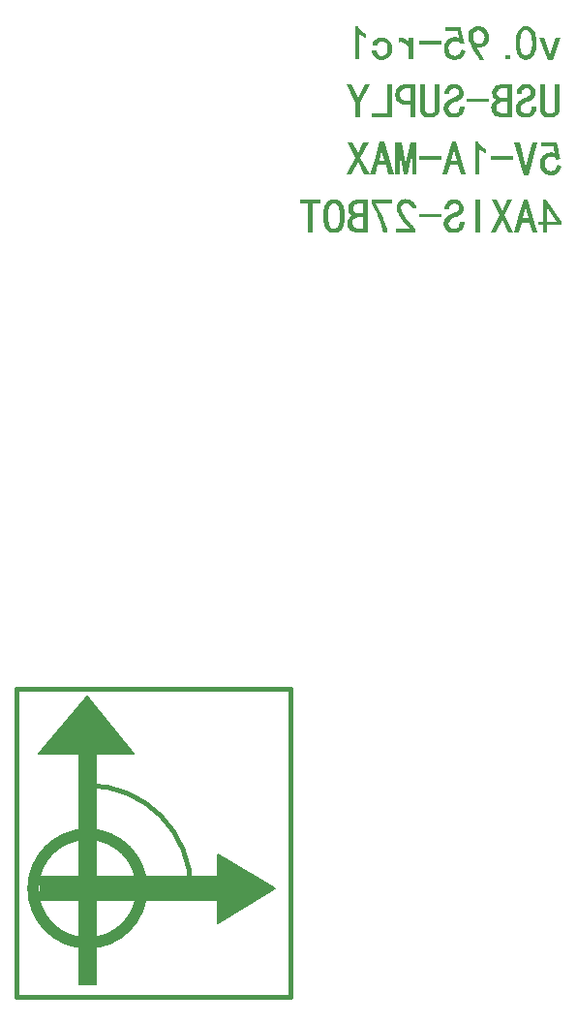
<source format=gbr>
%TF.GenerationSoftware,KiCad,Pcbnew,8.0.2*%
%TF.CreationDate,2025-05-12T10:49:56+08:00*%
%TF.ProjectId,ternel_box,7465726e-656c-45f6-926f-782e6b696361,rev?*%
%TF.SameCoordinates,PX7233d70PY8583b00*%
%TF.FileFunction,Legend,Bot*%
%TF.FilePolarity,Positive*%
%FSLAX46Y46*%
G04 Gerber Fmt 4.6, Leading zero omitted, Abs format (unit mm)*
G04 Created by KiCad (PCBNEW 8.0.2) date 2025-05-12 10:49:56*
%MOMM*%
%LPD*%
G01*
G04 APERTURE LIST*
%ADD10C,0.400000*%
%ADD11C,0.200000*%
%ADD12C,1.000000*%
%ADD13C,0.300000*%
G04 APERTURE END LIST*
D10*
X6000000Y35250000D02*
X30000000Y35250000D01*
X30000000Y8250000D01*
X6000000Y8250000D01*
X6000000Y35250000D01*
X12290628Y26781104D02*
G75*
G02*
X21281104Y17709372I-40628J-9031104D01*
G01*
D11*
X8125000Y18750000D02*
X23625000Y18750000D01*
X23625000Y16750000D01*
X8125000Y16750000D01*
X8125000Y18750000D01*
G36*
X8125000Y18750000D02*
G01*
X23625000Y18750000D01*
X23625000Y16750000D01*
X8125000Y16750000D01*
X8125000Y18750000D01*
G37*
X16250000Y29500000D02*
X8000000Y29500000D01*
X12250000Y34500000D01*
X16250000Y29500000D01*
G36*
X16250000Y29500000D02*
G01*
X8000000Y29500000D01*
X12250000Y34500000D01*
X16250000Y29500000D01*
G37*
D12*
X17006574Y17750000D02*
G75*
G02*
X7493426Y17750000I-4756574J0D01*
G01*
X7493426Y17750000D02*
G75*
G02*
X17006574Y17750000I4756574J0D01*
G01*
D11*
X11500000Y30625000D02*
X13000000Y30625000D01*
X13000000Y9375000D01*
X11500000Y9375000D01*
X11500000Y30625000D01*
G36*
X11500000Y30625000D02*
G01*
X13000000Y30625000D01*
X13000000Y9375000D01*
X11500000Y9375000D01*
X11500000Y30625000D01*
G37*
X28625000Y17750000D02*
X23625000Y14750000D01*
X23625000Y20750000D01*
X28625000Y17750000D01*
G36*
X28625000Y17750000D02*
G01*
X23625000Y14750000D01*
X23625000Y20750000D01*
X28625000Y17750000D01*
G37*
D13*
G36*
X51796545Y92106169D02*
G01*
X52506559Y90179826D01*
X52901500Y90179826D01*
X53611514Y92106169D01*
X53215108Y92106169D01*
X52703663Y90671487D01*
X52704396Y90671487D01*
X52193684Y92106169D01*
X51796545Y92106169D01*
G37*
G36*
X50654753Y93124193D02*
G01*
X50806306Y93095928D01*
X50942904Y93040886D01*
X51064549Y92959065D01*
X51125704Y92903935D01*
X51224333Y92793432D01*
X51308240Y92668438D01*
X51377424Y92528954D01*
X51409288Y92443266D01*
X51450893Y92287859D01*
X51477831Y92133395D01*
X51493888Y91987267D01*
X51503454Y91828465D01*
X51505211Y91774218D01*
X51507392Y91619958D01*
X51504076Y91456072D01*
X51492559Y91289983D01*
X51469748Y91130175D01*
X51452514Y91049900D01*
X51413108Y90908201D01*
X51362921Y90770095D01*
X51301953Y90635583D01*
X51251713Y90550326D01*
X51153844Y90434516D01*
X51028966Y90333195D01*
X50895289Y90255297D01*
X50768950Y90204767D01*
X50624476Y90177931D01*
X50461834Y90187153D01*
X50317166Y90230384D01*
X50181612Y90301551D01*
X50064375Y90395615D01*
X49965457Y90512576D01*
X49884856Y90652436D01*
X49827740Y90793286D01*
X49782054Y90950405D01*
X49751992Y91098026D01*
X49730328Y91257601D01*
X49717062Y91429128D01*
X49715594Y91458608D01*
X49713948Y91514857D01*
X50084891Y91514857D01*
X50088008Y91397186D01*
X50101861Y91246061D01*
X50130693Y91083927D01*
X50173551Y90930140D01*
X50231189Y90795138D01*
X50322730Y90668705D01*
X50449057Y90579163D01*
X50530487Y90552811D01*
X50680039Y90561360D01*
X50816154Y90635583D01*
X50900098Y90719206D01*
X50979754Y90844155D01*
X51037422Y90982663D01*
X51077739Y91125046D01*
X51107081Y91282405D01*
X51123940Y91449301D01*
X51128457Y91599946D01*
X51123803Y91757597D01*
X51109979Y91922255D01*
X51103444Y91977364D01*
X51079067Y92131357D01*
X51041575Y92289528D01*
X50986792Y92441958D01*
X50909944Y92577314D01*
X50841873Y92657441D01*
X50715718Y92747000D01*
X50565561Y92775883D01*
X50473512Y92759763D01*
X50343858Y92680434D01*
X50253419Y92561927D01*
X50238862Y92535886D01*
X50177238Y92399329D01*
X50134219Y92252183D01*
X50109804Y92094446D01*
X50100097Y91977553D01*
X50091120Y91819123D01*
X50086448Y91670608D01*
X50084891Y91514857D01*
X49713948Y91514857D01*
X49710545Y91631132D01*
X49711936Y91796184D01*
X49719767Y91953767D01*
X49734038Y92103879D01*
X49758827Y92269568D01*
X49767763Y92315069D01*
X49808505Y92466793D01*
X49863974Y92606806D01*
X49945398Y92752482D01*
X50046057Y92882862D01*
X50131245Y92966281D01*
X50253405Y93050659D01*
X50402548Y93108909D01*
X50564096Y93128326D01*
X50654753Y93124193D01*
G37*
G36*
X48796755Y90212799D02*
G01*
X49223203Y90212799D01*
X49223203Y90622394D01*
X48796755Y90622394D01*
X48796755Y90212799D01*
G37*
G36*
X46489090Y93125100D02*
G01*
X46634038Y93101993D01*
X46780286Y93060915D01*
X46877784Y93021347D01*
X47010465Y92940014D01*
X47126866Y92832303D01*
X47216597Y92711608D01*
X47288318Y92571172D01*
X47337892Y92426372D01*
X47358740Y92332734D01*
X47373398Y92184260D01*
X47368117Y92026165D01*
X47346685Y91877558D01*
X47303225Y91733348D01*
X47232196Y91604800D01*
X47133598Y91491914D01*
X47007431Y91394690D01*
X46971977Y91373366D01*
X46822661Y91306734D01*
X46661346Y91269960D01*
X46510353Y91262276D01*
X46350174Y91277453D01*
X46377225Y91220014D01*
X46450737Y91069905D01*
X46532658Y90910494D01*
X46604248Y90776267D01*
X46681218Y90636087D01*
X46763570Y90489953D01*
X46851303Y90337866D01*
X46944417Y90179826D01*
X46527494Y90179826D01*
X46487301Y90247877D01*
X46409752Y90379573D01*
X46300523Y90566106D01*
X46199808Y90739423D01*
X46107606Y90899526D01*
X46023919Y91046413D01*
X45948745Y91180086D01*
X45861756Y91337760D01*
X45789903Y91471941D01*
X45710502Y91629163D01*
X45662585Y91735380D01*
X45602810Y91892825D01*
X45560416Y92051558D01*
X45544173Y92205088D01*
X45545269Y92265466D01*
X45959700Y92265466D01*
X45969557Y92114959D01*
X46002128Y91958891D01*
X46020053Y91924149D01*
X46099214Y91796225D01*
X46199965Y91689247D01*
X46328239Y91623522D01*
X46474738Y91594725D01*
X46528222Y91593548D01*
X46672077Y91628890D01*
X46797871Y91712694D01*
X46857236Y91774829D01*
X46935487Y91908642D01*
X46970795Y92053413D01*
X46975604Y92155720D01*
X46956885Y92305403D01*
X46907048Y92450552D01*
X46884276Y92496187D01*
X46796826Y92616986D01*
X46670376Y92704076D01*
X46574191Y92738134D01*
X46427110Y92751703D01*
X46417198Y92751596D01*
X46265409Y92720684D01*
X46134752Y92641794D01*
X46118480Y92627832D01*
X46021805Y92508885D01*
X45969888Y92364823D01*
X45959700Y92265466D01*
X45545269Y92265466D01*
X45545425Y92274049D01*
X45558648Y92423062D01*
X45595464Y92576581D01*
X45609431Y92612702D01*
X45685466Y92745506D01*
X45781577Y92857216D01*
X45833595Y92905653D01*
X45954430Y92994164D01*
X46086392Y93060182D01*
X46118057Y93072360D01*
X46263956Y93113353D01*
X46416852Y93128326D01*
X46489090Y93125100D01*
G37*
G36*
X44952861Y91056902D02*
G01*
X44903341Y90900840D01*
X44832220Y90754906D01*
X44733336Y90635780D01*
X44599648Y90562525D01*
X44566713Y90554983D01*
X44408732Y90540271D01*
X44258260Y90557808D01*
X44132205Y90610670D01*
X44012662Y90705134D01*
X43918815Y90830397D01*
X43894068Y90881047D01*
X43849027Y91023557D01*
X43830590Y91179611D01*
X43831053Y91256204D01*
X43850390Y91403002D01*
X43901339Y91541103D01*
X43941695Y91606449D01*
X44050102Y91718945D01*
X44182980Y91789903D01*
X44202547Y91796225D01*
X44348385Y91819667D01*
X44498123Y91808783D01*
X44559385Y91796225D01*
X44699348Y91741133D01*
X44821382Y91647298D01*
X44892777Y91563218D01*
X45215177Y91601319D01*
X45172558Y91767252D01*
X45132351Y91942284D01*
X45091684Y92124917D01*
X45056225Y92286745D01*
X45016516Y92469878D01*
X44972557Y92674313D01*
X44940889Y92822439D01*
X44907333Y92980033D01*
X44889846Y93062380D01*
X43544556Y93062380D01*
X43544556Y92718730D01*
X44603349Y92718730D01*
X44632836Y92565785D01*
X44666065Y92406362D01*
X44702495Y92249237D01*
X44741509Y92104441D01*
X44749895Y92076860D01*
X44607947Y92130053D01*
X44462190Y92158657D01*
X44326378Y92163322D01*
X44177244Y92147737D01*
X44032093Y92112066D01*
X43903593Y92062206D01*
X43766378Y91982728D01*
X43652845Y91874766D01*
X43606838Y91807216D01*
X43539220Y91676483D01*
X43485605Y91536234D01*
X43471284Y91486281D01*
X43444276Y91341745D01*
X43436342Y91187671D01*
X43437578Y91141899D01*
X43453922Y90990300D01*
X43489856Y90835558D01*
X43513049Y90763078D01*
X43573293Y90626825D01*
X43660418Y90500380D01*
X43716748Y90441410D01*
X43836560Y90346760D01*
X43964330Y90274203D01*
X44046475Y90238444D01*
X44200451Y90194824D01*
X44356260Y90177649D01*
X44494173Y90179826D01*
X44650192Y90205243D01*
X44801346Y90260426D01*
X44933224Y90335542D01*
X44976308Y90365939D01*
X45093831Y90481788D01*
X45179710Y90618728D01*
X45240502Y90764772D01*
X45281950Y90909432D01*
X45293579Y90961647D01*
X44952861Y91056902D01*
G37*
G36*
X41248185Y91531710D02*
G01*
X43174528Y91531710D01*
X43174528Y91842387D01*
X41248185Y91842387D01*
X41248185Y91531710D01*
G37*
G36*
X39463258Y91725883D02*
G01*
X39621116Y91739851D01*
X39780203Y91727647D01*
X39933990Y91679419D01*
X40001814Y91641619D01*
X40125261Y91537363D01*
X40225841Y91410128D01*
X40306877Y91270463D01*
X40353524Y91170475D01*
X40353524Y90212799D01*
X40730146Y90212799D01*
X40730146Y92106169D01*
X40353524Y92106169D01*
X40353524Y91693643D01*
X40264856Y91817920D01*
X40147962Y91926785D01*
X40017201Y92012380D01*
X39881253Y92073657D01*
X39729771Y92114879D01*
X39582081Y92134686D01*
X39463258Y92139142D01*
X39463258Y91725883D01*
G37*
G36*
X37133914Y91001215D02*
G01*
X37145695Y90842734D01*
X37181038Y90699399D01*
X37250281Y90554136D01*
X37350298Y90428656D01*
X37380111Y90400377D01*
X37511041Y90303886D01*
X37657632Y90234964D01*
X37819886Y90193610D01*
X37974705Y90180041D01*
X37997801Y90179826D01*
X38155812Y90192343D01*
X38304145Y90229895D01*
X38442801Y90292481D01*
X38571780Y90380101D01*
X38641137Y90441410D01*
X38746489Y90565430D01*
X38825965Y90707963D01*
X38879565Y90869009D01*
X38904913Y91021783D01*
X38911514Y91159484D01*
X38902008Y91323343D01*
X38873492Y91473653D01*
X38816195Y91631889D01*
X38733023Y91771682D01*
X38641137Y91876825D01*
X38517688Y91979037D01*
X38384562Y92056143D01*
X38241758Y92108146D01*
X38089278Y92135043D01*
X37997801Y92139142D01*
X37842461Y92129745D01*
X37682531Y92095994D01*
X37541378Y92037696D01*
X37419001Y91954852D01*
X37405024Y91942771D01*
X37297701Y91824314D01*
X37225503Y91689859D01*
X37188428Y91539408D01*
X37183007Y91448912D01*
X37590404Y91448912D01*
X37620897Y91594659D01*
X37709673Y91716644D01*
X37723761Y91725883D01*
X37867450Y91782169D01*
X37997801Y91795492D01*
X38145846Y91770702D01*
X38283975Y91696331D01*
X38344382Y91645283D01*
X38434073Y91520109D01*
X38483303Y91368297D01*
X38500534Y91220778D01*
X38501919Y91159484D01*
X38492073Y91002955D01*
X38457458Y90854668D01*
X38389766Y90724437D01*
X38344382Y90672952D01*
X38221455Y90581865D01*
X38078750Y90530628D01*
X37997801Y90523476D01*
X37844408Y90541494D01*
X37708967Y90601200D01*
X37668073Y90632652D01*
X37582922Y90756933D01*
X37547889Y90909226D01*
X37543510Y91001215D01*
X37133914Y91001215D01*
G37*
G36*
X36038485Y92471068D02*
G01*
X36152589Y92368556D01*
X36279511Y92271401D01*
X36410253Y92181732D01*
X36536941Y92101412D01*
X36582170Y92073929D01*
X36582170Y92441026D01*
X36455091Y92532549D01*
X36335346Y92628974D01*
X36222936Y92730300D01*
X36117860Y92836528D01*
X36020119Y92947657D01*
X35929712Y93063688D01*
X35895603Y93111473D01*
X35661863Y93111473D01*
X35661863Y90228919D01*
X36038485Y90228919D01*
X36038485Y92471068D01*
G37*
G36*
X51806803Y86020566D02*
G01*
X51817007Y85851571D01*
X51847616Y85698494D01*
X51907585Y85543041D01*
X51994207Y85408380D01*
X52020027Y85377963D01*
X52141431Y85273778D01*
X52272529Y85207035D01*
X52426838Y85163082D01*
X52577577Y85143547D01*
X52687543Y85139826D01*
X52849900Y85148198D01*
X52995152Y85173314D01*
X53142994Y85223779D01*
X53283449Y85309359D01*
X53355792Y85377963D01*
X53448756Y85507427D01*
X53515160Y85657682D01*
X53551474Y85806210D01*
X53567453Y85970657D01*
X53568283Y86020566D01*
X53568283Y88038500D01*
X53142568Y88038500D01*
X53142568Y86020566D01*
X53130403Y85865362D01*
X53083692Y85716710D01*
X53018004Y85624160D01*
X52893082Y85539009D01*
X52749707Y85502637D01*
X52687543Y85499596D01*
X52534624Y85520154D01*
X52399424Y85588275D01*
X52358548Y85624160D01*
X52277423Y85750028D01*
X52241082Y85894124D01*
X52233251Y86020566D01*
X52233251Y88038500D01*
X51806803Y88038500D01*
X51806803Y86020566D01*
G37*
G36*
X49692149Y85987593D02*
G01*
X49703930Y85824729D01*
X49739272Y85677222D01*
X49808515Y85527448D01*
X49908533Y85397732D01*
X49938346Y85368437D01*
X50072114Y85268420D01*
X50207269Y85204346D01*
X50359324Y85162151D01*
X50528279Y85141835D01*
X50605861Y85139826D01*
X50757416Y85148172D01*
X50917951Y85179007D01*
X51060954Y85232562D01*
X51186427Y85308837D01*
X51265317Y85377230D01*
X51369181Y85503626D01*
X51443370Y85644676D01*
X51487883Y85800381D01*
X51502489Y85948644D01*
X51502721Y85970740D01*
X51502721Y86109959D01*
X51077006Y86109959D01*
X51077006Y85987593D01*
X51060382Y85837625D01*
X50997871Y85694547D01*
X50936322Y85624892D01*
X50813561Y85543768D01*
X50663775Y85502655D01*
X50605861Y85499596D01*
X50447668Y85515267D01*
X50302237Y85574197D01*
X50235101Y85632220D01*
X50154959Y85759566D01*
X50119696Y85908229D01*
X50117864Y85954620D01*
X50153768Y86104280D01*
X50244088Y86227118D01*
X50261479Y86244048D01*
X50387394Y86342623D01*
X50520974Y86420046D01*
X50663465Y86486056D01*
X50680600Y86493176D01*
X50822821Y86550766D01*
X50969015Y86621146D01*
X51110077Y86705788D01*
X51235599Y86806374D01*
X51258722Y86829498D01*
X51352618Y86953146D01*
X51411737Y87090533D01*
X51436080Y87241658D01*
X51436775Y87273532D01*
X51424995Y87422841D01*
X51382680Y87577596D01*
X51309590Y87715406D01*
X51205726Y87836272D01*
X51190579Y87850189D01*
X51061710Y87947001D01*
X50921301Y88016152D01*
X50769351Y88057643D01*
X50605861Y88071473D01*
X50449326Y88062225D01*
X50288451Y88028059D01*
X50150997Y87968719D01*
X50022587Y87870076D01*
X49969853Y87808423D01*
X49884261Y87672823D01*
X49823124Y87529071D01*
X49786442Y87377167D01*
X49774214Y87217111D01*
X50202861Y87217111D01*
X50209019Y87367826D01*
X50262714Y87509037D01*
X50293719Y87554167D01*
X50407200Y87650337D01*
X50556585Y87692652D01*
X50605861Y87694850D01*
X50755347Y87675636D01*
X50888749Y87606623D01*
X50902616Y87594467D01*
X50987232Y87467750D01*
X51011060Y87322624D01*
X50983935Y87177827D01*
X50925331Y87081557D01*
X50807677Y86991548D01*
X50670685Y86920734D01*
X50532720Y86860848D01*
X50465177Y86833894D01*
X50312426Y86764982D01*
X50175383Y86690320D01*
X50037997Y86597950D01*
X49921127Y86498070D01*
X49895115Y86471927D01*
X49797001Y86348298D01*
X49730998Y86214816D01*
X49697104Y86071481D01*
X49692149Y85987593D01*
G37*
G36*
X49371214Y85172799D02*
G01*
X48523447Y85172799D01*
X48446156Y85174441D01*
X48275879Y85191045D01*
X48119697Y85225532D01*
X47977610Y85277900D01*
X47832484Y85359645D01*
X47740100Y85440376D01*
X47656477Y85561521D01*
X47598869Y85711698D01*
X47570198Y85863527D01*
X47560642Y86036686D01*
X48003210Y86036686D01*
X48012506Y85905115D01*
X48055648Y85759948D01*
X48151953Y85641745D01*
X48283192Y85575216D01*
X48438072Y85541205D01*
X48589392Y85532569D01*
X48945498Y85532569D01*
X48945498Y86491710D01*
X48540300Y86491710D01*
X48463810Y86488104D01*
X48308686Y86455546D01*
X48168073Y86389128D01*
X48095946Y86328907D01*
X48022691Y86191392D01*
X48003210Y86036686D01*
X47560642Y86036686D01*
X47576527Y86196698D01*
X47630696Y86347753D01*
X47723307Y86472659D01*
X47753354Y86502006D01*
X47876264Y86602535D01*
X48011270Y86666832D01*
X47902923Y86733473D01*
X47788520Y86837558D01*
X47770863Y86856412D01*
X47694112Y86982515D01*
X47654241Y87130062D01*
X47642707Y87289652D01*
X48069155Y87289652D01*
X48071101Y87232774D01*
X48104310Y87077017D01*
X48193719Y86952596D01*
X48201506Y86946375D01*
X48339145Y86873698D01*
X48490474Y86851480D01*
X48945498Y86851480D01*
X48945498Y87678730D01*
X48474354Y87678730D01*
X48463557Y87678640D01*
X48315169Y87655466D01*
X48184926Y87585674D01*
X48164237Y87567384D01*
X48088262Y87436775D01*
X48069155Y87289652D01*
X47642707Y87289652D01*
X47650203Y87401519D01*
X47689558Y87558114D01*
X47762646Y87701262D01*
X47855931Y87817216D01*
X47897615Y87856762D01*
X48026781Y87943201D01*
X48182143Y88001980D01*
X48339572Y88030721D01*
X48490474Y88038500D01*
X49371214Y88038500D01*
X49371214Y85172799D01*
G37*
G36*
X45445254Y86491710D02*
G01*
X47371598Y86491710D01*
X47371598Y86802387D01*
X45445254Y86802387D01*
X45445254Y86491710D01*
G37*
G36*
X43396545Y85987593D02*
G01*
X43408326Y85824729D01*
X43443669Y85677222D01*
X43512912Y85527448D01*
X43612929Y85397732D01*
X43642742Y85368437D01*
X43776511Y85268420D01*
X43911666Y85204346D01*
X44063720Y85162151D01*
X44232675Y85141835D01*
X44310258Y85139826D01*
X44461812Y85148172D01*
X44622347Y85179007D01*
X44765351Y85232562D01*
X44890823Y85308837D01*
X44969713Y85377230D01*
X45073578Y85503626D01*
X45147766Y85644676D01*
X45192280Y85800381D01*
X45206886Y85948644D01*
X45207117Y85970740D01*
X45207117Y86109959D01*
X44781402Y86109959D01*
X44781402Y85987593D01*
X44764778Y85837625D01*
X44702267Y85694547D01*
X44640718Y85624892D01*
X44517957Y85543768D01*
X44368171Y85502655D01*
X44310258Y85499596D01*
X44152064Y85515267D01*
X44006633Y85574197D01*
X43939497Y85632220D01*
X43859355Y85759566D01*
X43824092Y85908229D01*
X43822260Y85954620D01*
X43858164Y86104280D01*
X43948484Y86227118D01*
X43965875Y86244048D01*
X44091790Y86342623D01*
X44225370Y86420046D01*
X44367861Y86486056D01*
X44384996Y86493176D01*
X44527217Y86550766D01*
X44673411Y86621146D01*
X44814473Y86705788D01*
X44939995Y86806374D01*
X44963119Y86829498D01*
X45057014Y86953146D01*
X45116133Y87090533D01*
X45140476Y87241658D01*
X45141172Y87273532D01*
X45129391Y87422841D01*
X45087076Y87577596D01*
X45013986Y87715406D01*
X44910122Y87836272D01*
X44894975Y87850189D01*
X44766106Y87947001D01*
X44625697Y88016152D01*
X44473748Y88057643D01*
X44310258Y88071473D01*
X44153723Y88062225D01*
X43992847Y88028059D01*
X43855394Y87968719D01*
X43726983Y87870076D01*
X43674249Y87808423D01*
X43588657Y87672823D01*
X43527520Y87529071D01*
X43490838Y87377167D01*
X43478611Y87217111D01*
X43907257Y87217111D01*
X43913415Y87367826D01*
X43967110Y87509037D01*
X43998115Y87554167D01*
X44111597Y87650337D01*
X44260982Y87692652D01*
X44310258Y87694850D01*
X44459743Y87675636D01*
X44593145Y87606623D01*
X44607013Y87594467D01*
X44691629Y87467750D01*
X44715457Y87322624D01*
X44688331Y87177827D01*
X44629727Y87081557D01*
X44512073Y86991548D01*
X44375081Y86920734D01*
X44237117Y86860848D01*
X44169574Y86833894D01*
X44016823Y86764982D01*
X43879780Y86690320D01*
X43742393Y86597950D01*
X43625523Y86498070D01*
X43599511Y86471927D01*
X43501398Y86348298D01*
X43435394Y86214816D01*
X43401500Y86071481D01*
X43396545Y85987593D01*
G37*
G36*
X41314131Y86020566D02*
G01*
X41324334Y85851571D01*
X41354943Y85698494D01*
X41414912Y85543041D01*
X41501535Y85408380D01*
X41527355Y85377963D01*
X41648759Y85273778D01*
X41779856Y85207035D01*
X41934165Y85163082D01*
X42084904Y85143547D01*
X42194870Y85139826D01*
X42357227Y85148198D01*
X42502479Y85173314D01*
X42650321Y85223779D01*
X42790776Y85309359D01*
X42863119Y85377963D01*
X42956084Y85507427D01*
X43022487Y85657682D01*
X43058802Y85806210D01*
X43074780Y85970657D01*
X43075610Y86020566D01*
X43075610Y88038500D01*
X42649895Y88038500D01*
X42649895Y86020566D01*
X42637730Y85865362D01*
X42591019Y85716710D01*
X42525331Y85624160D01*
X42400409Y85539009D01*
X42257034Y85502637D01*
X42194870Y85499596D01*
X42041951Y85520154D01*
X41906751Y85588275D01*
X41865875Y85624160D01*
X41784751Y85750028D01*
X41748410Y85894124D01*
X41740579Y86020566D01*
X41740579Y88038500D01*
X41314131Y88038500D01*
X41314131Y86020566D01*
G37*
G36*
X40944103Y85172799D02*
G01*
X40518387Y85172799D01*
X40518387Y86277021D01*
X40063363Y86277021D01*
X39985982Y86279107D01*
X39817999Y86300205D01*
X39667617Y86344022D01*
X39534837Y86410561D01*
X39404640Y86514425D01*
X39362082Y86560544D01*
X39269060Y86697885D01*
X39212084Y86835188D01*
X39177899Y86988480D01*
X39166503Y87157760D01*
X39592219Y87157760D01*
X39601011Y87019137D01*
X39641815Y86867563D01*
X39732903Y86746700D01*
X39859229Y86680170D01*
X40011598Y86646159D01*
X40162281Y86637523D01*
X40518387Y86637523D01*
X40518387Y87678730D01*
X40162281Y87678730D01*
X40027185Y87671861D01*
X39871636Y87639983D01*
X39732903Y87568821D01*
X39647173Y87459839D01*
X39603347Y87312327D01*
X39592219Y87157760D01*
X39166503Y87157760D01*
X39167434Y87207755D01*
X39185340Y87372412D01*
X39226038Y87521011D01*
X39300455Y87671174D01*
X39404640Y87800363D01*
X39483319Y87868967D01*
X39608556Y87945478D01*
X39751395Y87999198D01*
X39911834Y88030128D01*
X40063363Y88038500D01*
X40944103Y88038500D01*
X40944103Y85172799D01*
G37*
G36*
X37100942Y85172799D02*
G01*
X38862421Y85172799D01*
X38862421Y88038500D01*
X38435973Y88038500D01*
X38435973Y85532569D01*
X37100942Y85532569D01*
X37100942Y85172799D01*
G37*
G36*
X34904954Y88038500D02*
G01*
X35694836Y86459470D01*
X35694836Y85172799D01*
X36120551Y85172799D01*
X36120551Y86459470D01*
X36910432Y88038500D01*
X36478122Y88038500D01*
X35901465Y86835360D01*
X35913921Y86835360D01*
X35337264Y88038500D01*
X34904954Y88038500D01*
G37*
G36*
X53346999Y80976902D02*
G01*
X53297480Y80820840D01*
X53226358Y80674906D01*
X53127474Y80555780D01*
X52993786Y80482525D01*
X52960851Y80474983D01*
X52802871Y80460271D01*
X52652399Y80477808D01*
X52526343Y80530670D01*
X52406800Y80625134D01*
X52312954Y80750397D01*
X52288206Y80801047D01*
X52243165Y80943557D01*
X52224728Y81099611D01*
X52225191Y81176204D01*
X52244529Y81323002D01*
X52295477Y81461103D01*
X52335833Y81526449D01*
X52444240Y81638945D01*
X52577119Y81709903D01*
X52596685Y81716225D01*
X52742524Y81739667D01*
X52892261Y81728783D01*
X52953524Y81716225D01*
X53093486Y81661133D01*
X53215520Y81567298D01*
X53286915Y81483218D01*
X53609316Y81521319D01*
X53566696Y81687252D01*
X53526489Y81862284D01*
X53485822Y82044917D01*
X53450364Y82206745D01*
X53410655Y82389878D01*
X53366695Y82594313D01*
X53335028Y82742439D01*
X53301471Y82900033D01*
X53283984Y82982380D01*
X51938695Y82982380D01*
X51938695Y82638730D01*
X52997487Y82638730D01*
X53026974Y82485785D01*
X53060203Y82326362D01*
X53096633Y82169237D01*
X53135647Y82024441D01*
X53144033Y81996860D01*
X53002085Y82050053D01*
X52856328Y82078657D01*
X52720516Y82083322D01*
X52571382Y82067737D01*
X52426231Y82032066D01*
X52297732Y81982206D01*
X52160517Y81902728D01*
X52046983Y81794766D01*
X52000976Y81727216D01*
X51933359Y81596483D01*
X51879744Y81456234D01*
X51865422Y81406281D01*
X51838414Y81261745D01*
X51830480Y81107671D01*
X51831716Y81061899D01*
X51848060Y80910300D01*
X51883995Y80755558D01*
X51907187Y80683078D01*
X51967431Y80546825D01*
X52054556Y80420380D01*
X52110886Y80361410D01*
X52230698Y80266760D01*
X52358468Y80194203D01*
X52440614Y80158444D01*
X52594590Y80114824D01*
X52750398Y80097649D01*
X52888311Y80099826D01*
X53044330Y80125243D01*
X53195484Y80180426D01*
X53327363Y80255542D01*
X53370446Y80285939D01*
X53487970Y80401788D01*
X53573848Y80538728D01*
X53634641Y80684772D01*
X53676088Y80829432D01*
X53687718Y80881647D01*
X53346999Y80976902D01*
G37*
G36*
X49585170Y82998500D02*
G01*
X50423412Y80099826D01*
X50788311Y80099826D01*
X51626552Y82998500D01*
X51181053Y82998500D01*
X50603663Y80839149D01*
X50607327Y80839149D01*
X50030669Y82998500D01*
X49585170Y82998500D01*
G37*
G36*
X47543789Y81451710D02*
G01*
X49470132Y81451710D01*
X49470132Y81762387D01*
X47543789Y81762387D01*
X47543789Y81451710D01*
G37*
G36*
X46531158Y82391068D02*
G01*
X46645262Y82288556D01*
X46772184Y82191401D01*
X46902926Y82101732D01*
X47029614Y82021412D01*
X47074842Y81993929D01*
X47074842Y82361026D01*
X46947763Y82452549D01*
X46828019Y82548974D01*
X46715609Y82650300D01*
X46610533Y82756528D01*
X46512792Y82867657D01*
X46422385Y82983688D01*
X46388276Y83031473D01*
X46154535Y83031473D01*
X46154535Y80148919D01*
X46531158Y80148919D01*
X46531158Y82391068D01*
G37*
G36*
X45314096Y80132799D02*
G01*
X44868597Y80132799D01*
X44637787Y81006211D01*
X43949023Y81006211D01*
X43718213Y80132799D01*
X43272714Y80132799D01*
X43629539Y81366714D01*
X44043545Y81366714D01*
X44543998Y81366714D01*
X44293771Y82318158D01*
X44043545Y81366714D01*
X43629539Y81366714D01*
X44110956Y83031473D01*
X44475854Y83031473D01*
X45314096Y80132799D01*
G37*
G36*
X41248185Y81451710D02*
G01*
X43174528Y81451710D01*
X43174528Y81762387D01*
X41248185Y81762387D01*
X41248185Y81451710D01*
G37*
G36*
X39182623Y80132799D02*
G01*
X39559246Y80132799D01*
X39559246Y82144139D01*
X39549720Y82144139D01*
X39945394Y80132799D01*
X40247278Y80132799D01*
X40642951Y82144139D01*
X40633426Y82144139D01*
X40633426Y80132799D01*
X41010048Y80132799D01*
X41010048Y82998500D01*
X40456838Y82998500D01*
X40094138Y81135904D01*
X40099267Y81135904D01*
X39736566Y82998500D01*
X39182623Y82998500D01*
X39182623Y80132799D01*
G37*
G36*
X39018492Y80132799D02*
G01*
X38572993Y80132799D01*
X38342184Y81006211D01*
X37653419Y81006211D01*
X37422609Y80132799D01*
X36977110Y80132799D01*
X37333935Y81366714D01*
X37747941Y81366714D01*
X38248394Y81366714D01*
X37998167Y82318158D01*
X37747941Y81366714D01*
X37333935Y81366714D01*
X37815352Y83031473D01*
X38180251Y83031473D01*
X39018492Y80132799D01*
G37*
G36*
X34921074Y80132799D02*
G01*
X35370237Y80132799D01*
X35916120Y81256804D01*
X36462002Y80132799D01*
X36911165Y80132799D01*
X36123482Y81640021D01*
X36828367Y82998500D01*
X36379204Y82998500D01*
X35916120Y82008584D01*
X35452302Y82998500D01*
X35003140Y82998500D01*
X35708025Y81640021D01*
X34921074Y80132799D01*
G37*
G36*
X53700174Y76046811D02*
G01*
X53700174Y75735402D01*
X52431088Y75735402D01*
X52431088Y75108919D01*
X52070586Y75108919D01*
X52070586Y75735402D01*
X51674912Y75735402D01*
X51674912Y76062931D01*
X52070586Y76062931D01*
X52431088Y76062931D01*
X53285450Y76062931D01*
X52431088Y77268270D01*
X52431088Y76062931D01*
X52070586Y76062931D01*
X52070586Y77991473D01*
X52354152Y77991473D01*
X53700174Y76046811D01*
G37*
G36*
X51609699Y75092799D02*
G01*
X51164200Y75092799D01*
X50933391Y75966211D01*
X50244626Y75966211D01*
X50013817Y75092799D01*
X49568318Y75092799D01*
X49925143Y76326714D01*
X50339148Y76326714D01*
X50839602Y76326714D01*
X50589375Y77278158D01*
X50339148Y76326714D01*
X49925143Y76326714D01*
X50406559Y77991473D01*
X50771458Y77991473D01*
X51609699Y75092799D01*
G37*
G36*
X47512281Y75092799D02*
G01*
X47961444Y75092799D01*
X48507327Y76216804D01*
X49053210Y75092799D01*
X49502372Y75092799D01*
X48714689Y76600021D01*
X49419574Y77958500D01*
X48970411Y77958500D01*
X48507327Y76968584D01*
X48043510Y77958500D01*
X47594347Y77958500D01*
X48299232Y76600021D01*
X47512281Y75092799D01*
G37*
G36*
X46187508Y75092799D02*
G01*
X46613224Y75092799D01*
X46613224Y77958500D01*
X46187508Y77958500D01*
X46187508Y75092799D01*
G37*
G36*
X43396545Y75907593D02*
G01*
X43408326Y75744729D01*
X43443669Y75597222D01*
X43512912Y75447448D01*
X43612929Y75317732D01*
X43642742Y75288437D01*
X43776511Y75188420D01*
X43911666Y75124346D01*
X44063720Y75082151D01*
X44232675Y75061835D01*
X44310258Y75059826D01*
X44461812Y75068172D01*
X44622347Y75099007D01*
X44765351Y75152562D01*
X44890823Y75228837D01*
X44969713Y75297230D01*
X45073578Y75423626D01*
X45147766Y75564676D01*
X45192280Y75720381D01*
X45206886Y75868644D01*
X45207117Y75890740D01*
X45207117Y76029959D01*
X44781402Y76029959D01*
X44781402Y75907593D01*
X44764778Y75757625D01*
X44702267Y75614547D01*
X44640718Y75544892D01*
X44517957Y75463768D01*
X44368171Y75422655D01*
X44310258Y75419596D01*
X44152064Y75435267D01*
X44006633Y75494197D01*
X43939497Y75552220D01*
X43859355Y75679566D01*
X43824092Y75828229D01*
X43822260Y75874620D01*
X43858164Y76024280D01*
X43948484Y76147118D01*
X43965875Y76164048D01*
X44091790Y76262623D01*
X44225370Y76340046D01*
X44367861Y76406056D01*
X44384996Y76413176D01*
X44527217Y76470766D01*
X44673411Y76541146D01*
X44814473Y76625788D01*
X44939995Y76726374D01*
X44963119Y76749498D01*
X45057014Y76873146D01*
X45116133Y77010533D01*
X45140476Y77161658D01*
X45141172Y77193532D01*
X45129391Y77342841D01*
X45087076Y77497596D01*
X45013986Y77635406D01*
X44910122Y77756272D01*
X44894975Y77770189D01*
X44766106Y77867001D01*
X44625697Y77936152D01*
X44473748Y77977643D01*
X44310258Y77991473D01*
X44153723Y77982225D01*
X43992847Y77948059D01*
X43855394Y77888719D01*
X43726983Y77790076D01*
X43674249Y77728423D01*
X43588657Y77592823D01*
X43527520Y77449071D01*
X43490838Y77297167D01*
X43478611Y77137111D01*
X43907257Y77137111D01*
X43913415Y77287826D01*
X43967110Y77429037D01*
X43998115Y77474167D01*
X44111597Y77570337D01*
X44260982Y77612652D01*
X44310258Y77614850D01*
X44459743Y77595636D01*
X44593145Y77526623D01*
X44607013Y77514467D01*
X44691629Y77387750D01*
X44715457Y77242624D01*
X44688331Y77097827D01*
X44629727Y77001557D01*
X44512073Y76911548D01*
X44375081Y76840734D01*
X44237117Y76780848D01*
X44169574Y76753894D01*
X44016823Y76684982D01*
X43879780Y76610320D01*
X43742393Y76517950D01*
X43625523Y76418070D01*
X43599511Y76391927D01*
X43501398Y76268298D01*
X43435394Y76134816D01*
X43401500Y75991481D01*
X43396545Y75907593D01*
G37*
G36*
X41248185Y76411710D02*
G01*
X43174528Y76411710D01*
X43174528Y76722387D01*
X41248185Y76722387D01*
X41248185Y76411710D01*
G37*
G36*
X40960956Y75199044D02*
G01*
X40930502Y75354592D01*
X40861121Y75498833D01*
X40765397Y75618985D01*
X40726482Y75657000D01*
X40611078Y75770939D01*
X40498678Y75892875D01*
X40393852Y76013913D01*
X40281195Y76150201D01*
X40181332Y76275423D01*
X40084403Y76401482D01*
X39983012Y76540380D01*
X39897901Y76665780D01*
X39819181Y76795019D01*
X39756350Y76920224D01*
X39703724Y77067658D01*
X39678589Y77220688D01*
X39683077Y77303441D01*
X39731803Y77446872D01*
X39831088Y77562094D01*
X39965727Y77634451D01*
X40120516Y77647823D01*
X40272178Y77612307D01*
X40408500Y77541100D01*
X40437055Y77521061D01*
X40549053Y77408923D01*
X40627198Y77280222D01*
X40674459Y77167153D01*
X41034961Y77223573D01*
X40978710Y77370002D01*
X40907028Y77519933D01*
X40828824Y77647354D01*
X40731463Y77765415D01*
X40679588Y77813420D01*
X40554562Y77900527D01*
X40417712Y77962364D01*
X40269038Y77998930D01*
X40181332Y78008326D01*
X40031109Y78014261D01*
X39877983Y77998800D01*
X39730696Y77952892D01*
X39596615Y77880098D01*
X39479627Y77780081D01*
X39388828Y77655059D01*
X39358478Y77598730D01*
X39304932Y77448086D01*
X39285356Y77291530D01*
X39290334Y77150301D01*
X39320809Y76995567D01*
X39375534Y76845277D01*
X39444757Y76703932D01*
X39519942Y76575466D01*
X39548255Y76531145D01*
X39649243Y76384279D01*
X39754612Y76242370D01*
X39852792Y76116066D01*
X39963313Y75978404D01*
X40086177Y75829386D01*
X40186424Y75710168D01*
X40293614Y75584563D01*
X40407745Y75452569D01*
X39248569Y75452569D01*
X39248569Y75108919D01*
X40960956Y75108919D01*
X40960956Y75199044D01*
G37*
G36*
X38505582Y75108919D02*
G01*
X38465938Y75269255D01*
X38423024Y75428961D01*
X38376842Y75588037D01*
X38327392Y75746484D01*
X38274673Y75904301D01*
X38218685Y76061489D01*
X38159428Y76218047D01*
X38096903Y76373975D01*
X38031109Y76529273D01*
X37962046Y76683942D01*
X37889715Y76837981D01*
X37814115Y76991390D01*
X37735247Y77144170D01*
X37653110Y77296320D01*
X37567704Y77447840D01*
X37479030Y77598730D01*
X38878541Y77598730D01*
X38878541Y77942380D01*
X37067969Y77942380D01*
X37067969Y77631703D01*
X37162912Y77474759D01*
X37253750Y77317718D01*
X37340484Y77160579D01*
X37423113Y77003343D01*
X37501638Y76846009D01*
X37576059Y76688579D01*
X37646375Y76531050D01*
X37712587Y76373425D01*
X37774694Y76215702D01*
X37832697Y76057882D01*
X37886595Y75899965D01*
X37936390Y75741951D01*
X37982079Y75583839D01*
X38023664Y75425629D01*
X38061145Y75267323D01*
X38094521Y75108919D01*
X38505582Y75108919D01*
G37*
G36*
X36780006Y75092799D02*
G01*
X35932240Y75092799D01*
X35854949Y75094441D01*
X35684672Y75111045D01*
X35528490Y75145532D01*
X35386403Y75197900D01*
X35241277Y75279645D01*
X35148893Y75360376D01*
X35065269Y75481521D01*
X35007662Y75631698D01*
X34978991Y75783527D01*
X34969434Y75956686D01*
X35412002Y75956686D01*
X35421299Y75825115D01*
X35464440Y75679948D01*
X35560746Y75561745D01*
X35691985Y75495216D01*
X35846865Y75461205D01*
X35998185Y75452569D01*
X36354291Y75452569D01*
X36354291Y76411710D01*
X35949092Y76411710D01*
X35872602Y76408104D01*
X35717479Y76375546D01*
X35576866Y76309128D01*
X35504738Y76248907D01*
X35431483Y76111392D01*
X35412002Y75956686D01*
X34969434Y75956686D01*
X34985320Y76116698D01*
X35039489Y76267753D01*
X35132100Y76392659D01*
X35162147Y76422006D01*
X35285057Y76522535D01*
X35420062Y76586832D01*
X35311716Y76653473D01*
X35197313Y76757558D01*
X35179656Y76776412D01*
X35102905Y76902515D01*
X35063034Y77050062D01*
X35051500Y77209652D01*
X35477948Y77209652D01*
X35479894Y77152774D01*
X35513103Y76997017D01*
X35602512Y76872596D01*
X35610299Y76866375D01*
X35747938Y76793698D01*
X35899267Y76771480D01*
X36354291Y76771480D01*
X36354291Y77598730D01*
X35883147Y77598730D01*
X35872350Y77598640D01*
X35723961Y77575466D01*
X35593719Y77505674D01*
X35573029Y77487384D01*
X35497055Y77356775D01*
X35477948Y77209652D01*
X35051500Y77209652D01*
X35058996Y77321519D01*
X35098351Y77478114D01*
X35171438Y77621262D01*
X35264724Y77737216D01*
X35306408Y77776762D01*
X35435574Y77863201D01*
X35590935Y77921980D01*
X35748365Y77950721D01*
X35899267Y77958500D01*
X36780006Y77958500D01*
X36780006Y75092799D01*
G37*
G36*
X33959302Y77979598D02*
G01*
X34104734Y77943972D01*
X34257801Y77872390D01*
X34392986Y77768480D01*
X34494626Y77653685D01*
X34580536Y77511627D01*
X34638549Y77369318D01*
X34684220Y77205255D01*
X34711869Y77058343D01*
X34731618Y76897509D01*
X34743468Y76722753D01*
X34747418Y76534076D01*
X34743468Y76345261D01*
X34731618Y76170093D01*
X34711869Y76008572D01*
X34684220Y75860698D01*
X34638549Y75695047D01*
X34580536Y75550720D01*
X34494626Y75405674D01*
X34478598Y75384396D01*
X34374769Y75270915D01*
X34257801Y75181751D01*
X34104734Y75108461D01*
X33959302Y75071985D01*
X33800732Y75059826D01*
X33642248Y75071985D01*
X33497623Y75108461D01*
X33346410Y75181751D01*
X33214060Y75288140D01*
X33115631Y75405674D01*
X33032461Y75550720D01*
X32976297Y75695047D01*
X32932083Y75860698D01*
X32905315Y76008572D01*
X32886195Y76170093D01*
X32874724Y76345261D01*
X32870900Y76534076D01*
X33313468Y76534076D01*
X33314724Y76409754D01*
X33320305Y76256854D01*
X33333561Y76086402D01*
X33353793Y75938919D01*
X33393839Y75771031D01*
X33456350Y75634285D01*
X33521666Y75550632D01*
X33646688Y75455028D01*
X33800732Y75419596D01*
X33922119Y75440562D01*
X34054560Y75521070D01*
X34153907Y75634285D01*
X34205204Y75731332D01*
X34251636Y75886357D01*
X34279938Y76055067D01*
X34295416Y76220926D01*
X34302491Y76370151D01*
X34304849Y76534076D01*
X34303529Y76658321D01*
X34297662Y76810877D01*
X34283726Y76980514D01*
X34262456Y77126752D01*
X34220357Y77292175D01*
X34154640Y77425074D01*
X34075918Y77515474D01*
X33945641Y77602646D01*
X33800732Y77631703D01*
X33692025Y77615359D01*
X33561508Y77542715D01*
X33456350Y77425074D01*
X33407792Y77331015D01*
X33363839Y77178695D01*
X33337049Y77011633D01*
X33322398Y76846676D01*
X33315700Y76697864D01*
X33313468Y76534076D01*
X32870900Y76534076D01*
X32874724Y76722593D01*
X32886195Y76897234D01*
X32905315Y77058000D01*
X32932083Y77204889D01*
X32976297Y77368987D01*
X33032461Y77511404D01*
X33115631Y77653685D01*
X33214283Y77768480D01*
X33346763Y77872390D01*
X33497967Y77943972D01*
X33642471Y77979598D01*
X33800732Y77991473D01*
X33959302Y77979598D01*
G37*
G36*
X30838311Y77598730D02*
G01*
X31497766Y77598730D01*
X31497766Y75092799D01*
X31923482Y75092799D01*
X31923482Y77598730D01*
X32582937Y77598730D01*
X32582937Y77958500D01*
X30838311Y77958500D01*
X30838311Y77598730D01*
G37*
M02*

</source>
